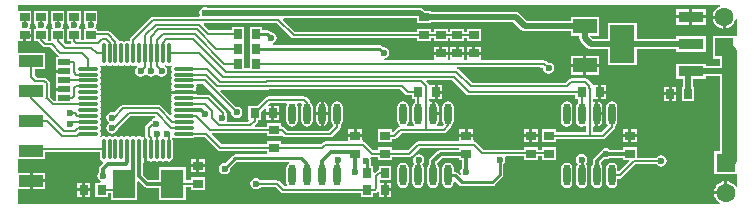
<source format=gbl>
%FSLAX25Y25*%
%MOIN*%
G70*
G01*
G75*
G04 Layer_Physical_Order=2*
G04 Layer_Color=16711680*
%ADD10R,0.27559X0.07874*%
%ADD11R,0.07874X0.03937*%
%ADD12R,0.12500X0.07000*%
%ADD13R,0.21654X0.24803*%
%ADD14R,0.03740X0.06299*%
%ADD15R,0.03937X0.07874*%
%ADD16R,0.02559X0.04134*%
%ADD17R,0.03201X0.02799*%
%ADD18R,0.03200X0.02800*%
%ADD19R,0.02800X0.03200*%
%ADD20C,0.00800*%
%ADD21C,0.01200*%
%ADD22C,0.01000*%
%ADD23C,0.03000*%
%ADD24C,0.06299*%
%ADD25R,0.06299X0.06299*%
%ADD26C,0.02362*%
%ADD27O,0.02362X0.07087*%
%ADD28O,0.07087X0.01181*%
%ADD29O,0.01181X0.07087*%
%ADD30R,0.03937X0.01969*%
%ADD31R,0.08000X0.05000*%
%ADD32R,0.08465X0.03740*%
%ADD33R,0.08465X0.12795*%
%ADD34R,0.07480X0.09449*%
%ADD35C,0.02000*%
%ADD36C,0.05000*%
G36*
X236296Y68168D02*
X235559Y67863D01*
X234754Y67246D01*
X234137Y66441D01*
X233750Y65505D01*
X233683Y65000D01*
X237501D01*
Y64501D01*
X238000D01*
Y60683D01*
X238505Y60750D01*
X239441Y61137D01*
X240246Y61754D01*
X240863Y62559D01*
X241250Y63495D01*
X241293Y63820D01*
X241792Y63787D01*
Y58350D01*
X241350D01*
Y58350D01*
X233650D01*
Y50650D01*
X235988D01*
Y48178D01*
X231350D01*
Y49015D01*
X221485D01*
Y43875D01*
X223767D01*
Y41300D01*
X223400D01*
Y36700D01*
X227600D01*
Y41300D01*
X227233D01*
Y43875D01*
X231350D01*
Y44712D01*
X235988D01*
Y19850D01*
X234150D01*
Y12150D01*
X241792D01*
Y8159D01*
X241319Y7999D01*
X240746Y8746D01*
X239941Y9363D01*
X239005Y9751D01*
X238500Y9817D01*
Y5999D01*
X238001D01*
Y5500D01*
X234183D01*
X234249Y4995D01*
X234637Y4059D01*
X235254Y3254D01*
X236001Y2681D01*
X235841Y2208D01*
X2113D01*
Y7332D01*
X6000D01*
Y9999D01*
Y12668D01*
X2113D01*
Y17332D01*
X11137D01*
Y19434D01*
X29357D01*
Y17602D01*
X29458Y17099D01*
X29743Y16672D01*
X30170Y16387D01*
X30340Y16353D01*
X30485Y15874D01*
X29563Y14953D01*
X29275Y14523D01*
X29175Y14015D01*
Y12877D01*
X29144Y12856D01*
X28728Y12234D01*
X28582Y11500D01*
X28728Y10766D01*
X29144Y10144D01*
X29691Y9779D01*
X29545Y9300D01*
X27900D01*
Y4700D01*
X32100D01*
Y5878D01*
X32989D01*
Y3576D01*
X41869D01*
Y9603D01*
X42331Y9794D01*
X44063Y8063D01*
X44063Y8063D01*
X44063D01*
X44063Y8063D01*
X44063D01*
X44063Y8063D01*
Y8063D01*
Y8063D01*
D01*
D01*
X44063D01*
Y8063D01*
X44493Y7775D01*
X45000Y7675D01*
X49131D01*
Y3576D01*
X58011D01*
Y7878D01*
X59700D01*
Y6900D01*
X64300D01*
Y11100D01*
X59700D01*
Y10122D01*
X58011D01*
Y14424D01*
X49131D01*
Y10326D01*
X45549D01*
X43895Y11980D01*
Y16003D01*
X44281Y16320D01*
X43953Y16386D01*
Y20554D01*
Y24724D01*
X43949Y24724D01*
X43522Y24438D01*
X43415D01*
X42988Y24724D01*
X42484Y24824D01*
X41981Y24724D01*
X41554Y24438D01*
X41446D01*
X41019Y24724D01*
X40516Y24824D01*
X40012Y24724D01*
X39585Y24438D01*
X39478D01*
X39051Y24724D01*
X38547Y24824D01*
X38044Y24724D01*
X37617Y24438D01*
X37509D01*
X37082Y24724D01*
X36579Y24824D01*
X36075Y24724D01*
X35648Y24438D01*
X35541D01*
X35114Y24724D01*
X34610Y24824D01*
X34107Y24724D01*
X33680Y24438D01*
X33572D01*
X33145Y24724D01*
X32642Y24824D01*
X32138Y24724D01*
X31711Y24438D01*
X31604D01*
X31177Y24724D01*
X30673Y24824D01*
X30170Y24724D01*
X29891Y24537D01*
X29537Y24891D01*
X29724Y25170D01*
X29824Y25673D01*
X29724Y26177D01*
X29438Y26604D01*
Y26711D01*
X29724Y27138D01*
X29824Y27642D01*
X29724Y28145D01*
X29438Y28572D01*
Y28680D01*
X29724Y29107D01*
X29824Y29610D01*
X29724Y30114D01*
X29438Y30541D01*
Y30648D01*
X29724Y31075D01*
X29824Y31579D01*
X29724Y32082D01*
X29438Y32509D01*
Y32617D01*
X29724Y33044D01*
X29824Y33547D01*
X29724Y34051D01*
X29438Y34478D01*
Y34585D01*
X29724Y35012D01*
X29824Y35516D01*
X29724Y36019D01*
X29438Y36446D01*
Y36554D01*
X29724Y36981D01*
X29824Y37484D01*
X29724Y37988D01*
X29438Y38415D01*
Y38522D01*
X29724Y38949D01*
X29824Y39453D01*
X29724Y39956D01*
X29438Y40383D01*
Y40491D01*
X29724Y40918D01*
X29824Y41421D01*
X29724Y41925D01*
X29438Y42352D01*
Y42459D01*
X29724Y42886D01*
X29824Y43390D01*
X29724Y43893D01*
X29438Y44320D01*
Y44428D01*
X29724Y44855D01*
X29824Y45358D01*
X29724Y45862D01*
X29438Y46289D01*
Y46396D01*
X29724Y46823D01*
X29824Y47327D01*
X29724Y47830D01*
X29537Y48109D01*
X29891Y48463D01*
X30170Y48276D01*
X30673Y48176D01*
X31177Y48276D01*
X31604Y48562D01*
X31711D01*
X32138Y48276D01*
X32642Y48176D01*
X33145Y48276D01*
X33572Y48562D01*
X33680D01*
X34107Y48276D01*
X34610Y48176D01*
X35114Y48276D01*
X35541Y48562D01*
X35648D01*
X36075Y48276D01*
X36579Y48176D01*
X37082Y48276D01*
X37509Y48562D01*
X37617D01*
X38044Y48276D01*
X38547Y48176D01*
X39051Y48276D01*
X39478Y48562D01*
X39585D01*
X40012Y48276D01*
X40516Y48176D01*
X41019Y48276D01*
X41312Y48472D01*
X41753Y48236D01*
Y47929D01*
X41644Y47856D01*
X41228Y47234D01*
X41082Y46500D01*
X41228Y45766D01*
X41644Y45144D01*
X42266Y44728D01*
X43000Y44582D01*
X43734Y44728D01*
X44356Y45144D01*
X44500Y45359D01*
X45000D01*
X45144Y45144D01*
X45766Y44728D01*
X46500Y44582D01*
X47234Y44728D01*
X47856Y45144D01*
X48000Y45359D01*
X48500D01*
X48644Y45144D01*
X49266Y44728D01*
X50000Y44582D01*
X50734Y44728D01*
X51356Y45144D01*
X51772Y45766D01*
X51918Y46500D01*
X51772Y47234D01*
X51356Y47856D01*
X50846Y48197D01*
X50862Y48276D01*
X51289Y48562D01*
X51396D01*
X51823Y48276D01*
X52327Y48176D01*
X52830Y48276D01*
X53109Y48463D01*
X53463Y48109D01*
X53276Y47830D01*
X53176Y47327D01*
X53276Y46823D01*
X53562Y46396D01*
Y46289D01*
X53276Y45862D01*
X53176Y45358D01*
X53276Y44855D01*
X53562Y44428D01*
Y44320D01*
X53276Y43893D01*
X53176Y43390D01*
X53276Y42886D01*
X53562Y42459D01*
Y42352D01*
X53276Y41925D01*
X53176Y41421D01*
X53276Y40918D01*
X53562Y40491D01*
Y40383D01*
X53276Y39956D01*
X53276Y39953D01*
X61614D01*
X61613Y39956D01*
X61328Y40383D01*
Y40491D01*
X61613Y40918D01*
X61713Y41421D01*
X61613Y41925D01*
X61797Y42268D01*
X63883D01*
X73137Y33014D01*
X73082Y32737D01*
X73228Y32003D01*
X73644Y31381D01*
X74266Y30965D01*
X75000Y30819D01*
X75734Y30965D01*
X76356Y31381D01*
X76772Y32003D01*
X76918Y32737D01*
X76772Y33471D01*
X76356Y34093D01*
X75734Y34509D01*
X75000Y34655D01*
X74723Y34600D01*
X69507Y39816D01*
X69698Y40278D01*
X85385D01*
X85385Y40278D01*
X85814Y40364D01*
X85814D01*
Y40364D01*
X85814D01*
X85814Y40364D01*
X85814D01*
Y40364D01*
D01*
D01*
D01*
Y40364D01*
D01*
D01*
D01*
D01*
D01*
D01*
D01*
D01*
Y40364D01*
D01*
D01*
D01*
D01*
X85836Y40378D01*
X129535D01*
X131207Y38707D01*
X131207Y38707D01*
X131571Y38464D01*
Y38464D01*
X131571Y38464D01*
D01*
D01*
D01*
X131571D01*
Y38464D01*
D01*
X131571Y38464D01*
X131571Y38464D01*
X132000Y38378D01*
X132000Y38378D01*
X133400D01*
Y37200D01*
X134378D01*
Y36111D01*
X134144Y35955D01*
X133728Y35332D01*
X133582Y34598D01*
Y29874D01*
X133728Y29140D01*
X134114Y28563D01*
X133878Y28122D01*
X132122D01*
X131886Y28563D01*
X132272Y29140D01*
X132418Y29874D01*
Y34598D01*
X132272Y35332D01*
X131856Y35955D01*
X131234Y36370D01*
X130500Y36516D01*
X129766Y36370D01*
X129144Y35955D01*
X128728Y35332D01*
X128582Y34598D01*
Y29874D01*
X128728Y29140D01*
X129144Y28518D01*
X129528Y28261D01*
X129071Y28036D01*
X129071D01*
D01*
D01*
D01*
X129071Y28036D01*
X128707Y27793D01*
X128707Y27793D01*
X127262Y26348D01*
X126800Y26539D01*
Y27100D01*
X122200D01*
Y22900D01*
X126800D01*
Y23878D01*
X127500D01*
X127500Y23878D01*
X127929Y23964D01*
X128293Y24207D01*
X129965Y25878D01*
X144000D01*
X144000Y25878D01*
X144429Y25964D01*
X144793Y26207D01*
X146293Y27707D01*
X146536Y28071D01*
X146590Y28340D01*
X146856Y28518D01*
X147272Y29140D01*
X147418Y29874D01*
Y34598D01*
X147272Y35332D01*
X146856Y35955D01*
X146234Y36370D01*
X145500Y36516D01*
X144766Y36370D01*
X144144Y35955D01*
X143728Y35332D01*
X143582Y34598D01*
Y29874D01*
X143728Y29140D01*
X144059Y28645D01*
X143535Y28122D01*
X142122D01*
X141886Y28563D01*
X142272Y29140D01*
X142418Y29874D01*
Y31736D01*
X140499D01*
Y32235D01*
X140000D01*
Y36417D01*
X139766Y36370D01*
X139663Y36301D01*
X139222Y36537D01*
Y37200D01*
X139575Y37200D01*
X139575D01*
Y37200D01*
D01*
D01*
D01*
X141000D01*
Y39499D01*
Y41800D01*
X139575D01*
X139575Y41800D01*
D01*
D01*
X139575Y41800D01*
X139400Y41800D01*
X139400D01*
X139181D01*
X139136Y42026D01*
X138893Y42390D01*
X138893Y42390D01*
X138167Y43117D01*
X138358Y43578D01*
X146835D01*
X151707Y38707D01*
X152071Y38464D01*
X152500Y38378D01*
X152500Y38378D01*
X187900D01*
Y37200D01*
X188878D01*
Y36111D01*
X188644Y35955D01*
X188228Y35332D01*
X188082Y34598D01*
Y29874D01*
X188228Y29140D01*
X188644Y28518D01*
X189266Y28102D01*
X190000Y27956D01*
X190734Y28102D01*
X191056Y28317D01*
X191497Y28082D01*
Y26122D01*
X181300D01*
Y27100D01*
X176700D01*
Y22900D01*
X181300D01*
Y23878D01*
X193000D01*
X193000Y23878D01*
X193000Y23878D01*
X197000D01*
X197000Y23878D01*
X197429Y23964D01*
X197793Y24207D01*
X200793Y27207D01*
X201036Y27571D01*
X201122Y28000D01*
X201122Y28000D01*
Y28361D01*
X201356Y28518D01*
X201772Y29140D01*
X201918Y29874D01*
Y34598D01*
X201772Y35332D01*
X201356Y35955D01*
X200734Y36370D01*
X200000Y36516D01*
X199266Y36370D01*
X198644Y35955D01*
X198228Y35332D01*
X198082Y34598D01*
Y29874D01*
X198228Y29140D01*
X198644Y28518D01*
X198670Y28256D01*
X196535Y26122D01*
X193740D01*
Y27923D01*
X194181Y28159D01*
X194266Y28102D01*
X194500Y28056D01*
Y32235D01*
Y36417D01*
X194266Y36370D01*
X194181Y36314D01*
X193740Y36549D01*
Y37200D01*
X194094Y37200D01*
X194094D01*
Y37200D01*
D01*
D01*
D01*
X195500D01*
Y39499D01*
Y41800D01*
X194075D01*
X194075Y41800D01*
D01*
D01*
X194075Y41800D01*
X193900Y41800D01*
X193900D01*
X193862D01*
X193636Y42026D01*
D01*
D01*
D01*
Y42026D01*
D01*
X193636D01*
D01*
D01*
X193636D01*
D01*
D01*
X193393Y42390D01*
X193393Y42390D01*
X191990Y43793D01*
X191626Y44036D01*
X191197Y44122D01*
X191197Y44122D01*
X186500D01*
X186500Y44122D01*
X186071Y44036D01*
X185707Y43793D01*
X184535Y42622D01*
X153465D01*
X148993Y47093D01*
X148629Y47336D01*
X148200Y47422D01*
Y47525D01*
X148554Y47878D01*
X175180D01*
X177082Y47500D01*
X177228Y46766D01*
X177644Y46144D01*
X178266Y45728D01*
X179000Y45582D01*
X179734Y45728D01*
X180356Y46144D01*
X180772Y46766D01*
X180918Y47500D01*
X180772Y48234D01*
X180356Y48856D01*
X179734Y49272D01*
X179000Y49418D01*
X178723Y49363D01*
X178293Y49793D01*
X177929Y50036D01*
X177500Y50122D01*
X177500Y50122D01*
X156300D01*
Y50122D01*
Y50400D01*
X156300Y50475D01*
X156300D01*
D01*
Y50475D01*
X156300D01*
D01*
Y52000D01*
X151700D01*
Y50475D01*
X151700Y50475D01*
X151700D01*
X151700Y50400D01*
X151421Y50122D01*
X150800D01*
Y50122D01*
Y50400D01*
X150800Y50475D01*
X150800D01*
D01*
Y50475D01*
X150800D01*
D01*
Y52000D01*
X146200D01*
Y50475D01*
X146200Y50475D01*
X146200D01*
X146200Y50400D01*
X145922Y50122D01*
X145300D01*
Y50122D01*
Y50400D01*
X145300Y50475D01*
X145300D01*
D01*
Y50475D01*
X145300D01*
D01*
Y52000D01*
X140700D01*
Y50475D01*
X140700Y50475D01*
X140700D01*
X140700Y50400D01*
X140421Y50122D01*
X124235D01*
X124187Y50619D01*
X124734Y50728D01*
X125356Y51144D01*
X125772Y51766D01*
X125918Y52500D01*
X125772Y53234D01*
X125356Y53856D01*
X124734Y54272D01*
X124000Y54418D01*
X123844Y54387D01*
X123365Y54865D01*
X122968Y55130D01*
X122500Y55224D01*
X87248D01*
X87199Y55721D01*
X87234Y55728D01*
X87856Y56144D01*
X88272Y56766D01*
X88418Y57500D01*
X88272Y58234D01*
X87856Y58856D01*
X87234Y59272D01*
X86500Y59418D01*
X86343Y59387D01*
X85865Y59865D01*
X85468Y60130D01*
X85000Y60224D01*
X83600D01*
Y61300D01*
X79400D01*
Y56700D01*
X79400Y56700D01*
X79400Y56300D01*
X79400D01*
Y51700D01*
X79400Y51700D01*
X79400Y51300D01*
X79400D01*
Y47422D01*
X77600D01*
Y51300D01*
D01*
Y51300D01*
X77600Y51300D01*
Y51700D01*
X77600D01*
Y56300D01*
D01*
Y56300D01*
X77600Y56300D01*
Y56700D01*
X77600D01*
Y61300D01*
X73400D01*
Y60122D01*
X65857D01*
X63974Y62005D01*
X64166Y62467D01*
X88447D01*
X93207Y57707D01*
X93207Y57707D01*
X93571Y57464D01*
Y57464D01*
X93571Y57464D01*
D01*
D01*
D01*
X93571D01*
Y57464D01*
D01*
X93571Y57464D01*
X93571Y57464D01*
X94000Y57378D01*
X94000Y57378D01*
X135200D01*
Y56400D01*
X139800D01*
Y57378D01*
X140700D01*
Y56400D01*
X145300D01*
Y57378D01*
X146200D01*
Y56400D01*
X150800D01*
Y57378D01*
X151700D01*
Y56400D01*
X156300D01*
Y60600D01*
X151700D01*
Y59622D01*
X150800D01*
Y60600D01*
X146200D01*
Y59622D01*
X145300D01*
Y60600D01*
X140700D01*
Y59622D01*
X139800D01*
Y60600D01*
X135200D01*
Y59622D01*
X94465D01*
X90493Y63593D01*
X90684Y64055D01*
X135200D01*
Y62400D01*
X139800D01*
Y62767D01*
X167282D01*
X169774Y60274D01*
X169774Y60274D01*
X169774D01*
X169774Y60274D01*
X169774D01*
X169774Y60274D01*
Y60274D01*
Y60274D01*
D01*
D01*
X169774D01*
Y60274D01*
X170337Y59899D01*
X171000Y59767D01*
X186300D01*
Y58300D01*
X189267D01*
Y57500D01*
X189399Y56837D01*
X189774Y56274D01*
X189774Y56274D01*
X189774Y56274D01*
X191774Y54274D01*
X192337Y53899D01*
X193000Y53767D01*
X198650D01*
Y48402D01*
X208515D01*
Y53767D01*
X221485D01*
Y52930D01*
X231350D01*
Y58070D01*
X221485D01*
Y57233D01*
X208515D01*
Y62598D01*
X198650D01*
Y57233D01*
X193718D01*
X192733Y58218D01*
Y58300D01*
X195700D01*
Y64700D01*
X186300D01*
Y63233D01*
X171718D01*
X169226Y65726D01*
D01*
X169226Y65726D01*
D01*
D01*
D01*
X169226Y65726D01*
X169226Y65726D01*
X168663Y66101D01*
X168000Y66233D01*
X139800D01*
Y66600D01*
X137851D01*
X137437Y67014D01*
D01*
X137437Y67014D01*
D01*
D01*
D01*
X137437Y67014D01*
X137437Y67014D01*
X136875Y67390D01*
X136212Y67522D01*
X65609D01*
X65234Y67772D01*
X64500Y67918D01*
X63766Y67772D01*
X63144Y67356D01*
X62728Y66734D01*
X62582Y66000D01*
X62728Y65266D01*
X62787Y65177D01*
X62798Y65125D01*
X62576Y64710D01*
X47088D01*
X46659Y64624D01*
X46295Y64381D01*
X46295Y64381D01*
X39723Y57809D01*
X39480Y57445D01*
X39394Y57016D01*
X39394Y57016D01*
Y56939D01*
X39008Y56622D01*
X38547Y56713D01*
X38044Y56613D01*
X37617Y56328D01*
X37509D01*
X37082Y56613D01*
X36579Y56713D01*
X36075Y56613D01*
X36075Y56613D01*
X36075Y56613D01*
D01*
X35646Y56685D01*
X35646Y56685D01*
X35646Y56685D01*
X35646Y56685D01*
X35403Y57049D01*
X35403Y57049D01*
X32871Y59581D01*
X32507Y59824D01*
X32078Y59910D01*
X32078Y59910D01*
X28600D01*
Y60600D01*
X28157D01*
X27922Y61041D01*
X28072Y61266D01*
X28218Y62000D01*
X28215Y62014D01*
X28532Y62400D01*
X28600D01*
Y66600D01*
X24000D01*
Y62400D01*
X24068D01*
X24385Y62014D01*
X24382Y62000D01*
X24528Y61266D01*
X24678Y61041D01*
X24443Y60600D01*
X24000D01*
Y57022D01*
X23100D01*
Y60600D01*
X22657D01*
X22422Y61041D01*
X22572Y61266D01*
X22718Y62000D01*
X22715Y62014D01*
X23032Y62400D01*
X23100D01*
Y66600D01*
X18500D01*
Y62400D01*
X18567D01*
X18885Y62014D01*
X18882Y62000D01*
X19028Y61266D01*
X19178Y61041D01*
X18943Y60600D01*
X18500D01*
Y56400D01*
X19698D01*
X19764Y56071D01*
X19903Y55862D01*
X19667Y55422D01*
X18165D01*
X17479Y56107D01*
X17600Y56400D01*
X17600D01*
X17600Y56400D01*
Y60600D01*
X17157D01*
X16922Y61041D01*
X17072Y61266D01*
X17218Y62000D01*
X17215Y62014D01*
X17533Y62400D01*
X17600D01*
Y66600D01*
X13000D01*
Y62400D01*
X13068D01*
X13385Y62014D01*
X13382Y62000D01*
X13528Y61266D01*
X13678Y61041D01*
X13443Y60600D01*
X13000D01*
Y56638D01*
X12100D01*
Y60600D01*
X11657D01*
X11422Y61041D01*
X11572Y61266D01*
X11718Y62000D01*
X11715Y62014D01*
X12032Y62400D01*
X12100D01*
Y66600D01*
X7500D01*
Y62400D01*
X7568D01*
X7885Y62014D01*
X7882Y62000D01*
X8028Y61266D01*
X8178Y61041D01*
X7943Y60600D01*
X7500D01*
Y56400D01*
X8811D01*
X9007Y56107D01*
X10390Y54724D01*
X10390Y54724D01*
X10754Y54481D01*
Y54481D01*
X10754Y54481D01*
D01*
D01*
D01*
X10754D01*
Y54481D01*
D01*
X10754Y54481D01*
X10754Y54481D01*
X11183Y54395D01*
X11183Y54395D01*
X12919D01*
X15407Y51907D01*
X15407Y51907D01*
X15771Y51664D01*
D01*
D01*
D01*
X15675Y51184D01*
X14831D01*
Y47816D01*
X14832D01*
Y47000D01*
X17502D01*
Y46000D01*
X14832D01*
Y45184D01*
X14831D01*
Y41816D01*
X14832D01*
Y41000D01*
X17502D01*
Y40000D01*
X14832D01*
Y39184D01*
X14831D01*
Y36537D01*
X14220D01*
X12759Y37999D01*
Y42465D01*
X12759Y42466D01*
X12673Y42895D01*
X12673D01*
D01*
D01*
X12673Y42895D01*
D01*
D01*
D01*
D01*
X12673Y42895D01*
D01*
D01*
Y42895D01*
D01*
X12673D01*
D01*
D01*
X12673D01*
D01*
D01*
X12430Y43259D01*
X12430Y43259D01*
X11727Y43962D01*
X11363Y44205D01*
X10934Y44290D01*
X10934Y44290D01*
X8396D01*
X7622Y45065D01*
Y47332D01*
X11137D01*
Y52668D01*
X2113D01*
Y56400D01*
X3800D01*
Y58501D01*
X4299D01*
Y59000D01*
X6600D01*
Y60600D01*
X6157D01*
X5922Y61041D01*
X6072Y61266D01*
X6218Y62000D01*
X6215Y62014D01*
X6532Y62400D01*
X6600D01*
Y66600D01*
X2113D01*
Y68658D01*
X236198D01*
X236296Y68168D01*
D02*
G37*
%LPC*%
G36*
X208300Y24500D02*
X206500D01*
Y22900D01*
X208300D01*
Y24500D01*
D02*
G37*
G36*
X116800Y27100D02*
X115000D01*
Y25500D01*
X116800D01*
Y27100D01*
D02*
G37*
G36*
X114000D02*
X112200D01*
Y25500D01*
X114000D01*
Y27100D01*
D02*
G37*
G36*
X172500Y24500D02*
X170700D01*
Y22900D01*
X172500D01*
Y24500D01*
D02*
G37*
G36*
X208300Y21100D02*
X203700D01*
Y20325D01*
X199477D01*
X199456Y20356D01*
X198834Y20772D01*
X198100Y20918D01*
X197366Y20772D01*
X196744Y20356D01*
X196328Y19734D01*
X196320Y19695D01*
X194063Y17437D01*
X193775Y17007D01*
X193675Y16500D01*
Y15503D01*
X193644Y15482D01*
X193228Y14860D01*
X193082Y14126D01*
Y9402D01*
X193228Y8668D01*
X193644Y8045D01*
X194266Y7630D01*
X195000Y7484D01*
X195734Y7630D01*
X196356Y8045D01*
X196772Y8668D01*
X196918Y9402D01*
Y14126D01*
X196772Y14860D01*
X196356Y15482D01*
X196326Y15503D01*
Y15951D01*
X197563Y17189D01*
X198100Y17082D01*
X198834Y17228D01*
X199456Y17644D01*
X199477Y17674D01*
X203700D01*
Y16900D01*
X205633D01*
X205824Y16438D01*
X202380Y12994D01*
X201918Y13185D01*
Y14126D01*
X201772Y14860D01*
X201356Y15482D01*
X200734Y15898D01*
X200000Y16044D01*
X199266Y15898D01*
X198644Y15482D01*
X198228Y14860D01*
X198082Y14126D01*
Y9402D01*
X198228Y8668D01*
X198644Y8045D01*
X199266Y7630D01*
X200000Y7484D01*
X200734Y7630D01*
X201356Y8045D01*
X201772Y8668D01*
X201918Y9402D01*
Y10642D01*
X202736D01*
X202736Y10642D01*
X203165Y10728D01*
X203529Y10971D01*
X207937Y15379D01*
X214987D01*
X215144Y15144D01*
X215766Y14728D01*
X216500Y14582D01*
X217234Y14728D01*
X217856Y15144D01*
X218272Y15766D01*
X218418Y16500D01*
X218272Y17234D01*
X217856Y17856D01*
X217234Y18272D01*
X216500Y18418D01*
X215766Y18272D01*
X215144Y17856D01*
X214987Y17621D01*
X208300D01*
Y21100D01*
D02*
G37*
G36*
X205500Y24500D02*
X203700D01*
Y22900D01*
X205500D01*
Y24500D01*
D02*
G37*
G36*
X175300D02*
X173500D01*
Y22900D01*
X175300D01*
Y24500D01*
D02*
G37*
G36*
X151000Y27100D02*
X149200D01*
Y25500D01*
X151000D01*
Y27100D01*
D02*
G37*
G36*
X185000Y36516D02*
X184266Y36370D01*
X183644Y35955D01*
X183228Y35332D01*
X183082Y34598D01*
Y29874D01*
X183228Y29140D01*
X183644Y28518D01*
X184266Y28102D01*
X185000Y27956D01*
X185734Y28102D01*
X186356Y28518D01*
X186772Y29140D01*
X186918Y29874D01*
Y34598D01*
X186772Y35332D01*
X186356Y35955D01*
X185734Y36370D01*
X185000Y36516D01*
D02*
G37*
G36*
X208300Y27100D02*
X206500D01*
Y25500D01*
X208300D01*
Y27100D01*
D02*
G37*
G36*
X105418Y31736D02*
X104000D01*
Y28056D01*
X104234Y28102D01*
X104856Y28518D01*
X105272Y29140D01*
X105418Y29874D01*
Y31736D01*
D02*
G37*
G36*
X103000D02*
X101582D01*
Y29874D01*
X101728Y29140D01*
X102144Y28518D01*
X102766Y28102D01*
X103000Y28056D01*
Y31736D01*
D02*
G37*
G36*
X172500Y27100D02*
X170700D01*
Y25500D01*
X172500D01*
Y27100D01*
D02*
G37*
G36*
X153800D02*
X152000D01*
Y25500D01*
X153800D01*
Y27100D01*
D02*
G37*
G36*
X205500D02*
X203700D01*
Y25500D01*
X205500D01*
Y27100D01*
D02*
G37*
G36*
X175300D02*
X173500D01*
Y25500D01*
X175300D01*
Y27100D01*
D02*
G37*
G36*
X64300Y17100D02*
X62500D01*
Y15500D01*
X64300D01*
Y17100D01*
D02*
G37*
G36*
X130500Y16044D02*
X129766Y15898D01*
X129144Y15482D01*
X128728Y14860D01*
X128582Y14126D01*
Y9402D01*
X128728Y8668D01*
X129144Y8045D01*
X129766Y7630D01*
X130500Y7484D01*
X131234Y7630D01*
X131856Y8045D01*
X132272Y8668D01*
X132418Y9402D01*
Y14126D01*
X132272Y14860D01*
X131856Y15482D01*
X131234Y15898D01*
X130500Y16044D01*
D02*
G37*
G36*
X11137Y9500D02*
X7000D01*
Y7332D01*
X11137D01*
Y9500D01*
D02*
G37*
G36*
X185000Y16044D02*
X184266Y15898D01*
X183644Y15482D01*
X183228Y14860D01*
X183082Y14126D01*
Y9402D01*
X183228Y8668D01*
X183644Y8045D01*
X184266Y7630D01*
X185000Y7484D01*
X185734Y7630D01*
X186356Y8045D01*
X186772Y8668D01*
X186918Y9402D01*
Y14126D01*
X186772Y14860D01*
X186356Y15482D01*
X185734Y15898D01*
X185000Y16044D01*
D02*
G37*
G36*
X135681Y18784D02*
X134947Y18638D01*
X134325Y18222D01*
X133909Y17600D01*
X133763Y16866D01*
X133909Y16132D01*
X134276Y15582D01*
Y15571D01*
X134144Y15482D01*
X133728Y14860D01*
X133582Y14126D01*
Y9402D01*
X133728Y8668D01*
X134144Y8045D01*
X134766Y7630D01*
X135500Y7484D01*
X136234Y7630D01*
X136856Y8045D01*
X137272Y8668D01*
X137418Y9402D01*
Y14126D01*
X137272Y14860D01*
X136899Y15418D01*
X137037Y15510D01*
X137453Y16132D01*
X137599Y16866D01*
X137453Y17600D01*
X137037Y18222D01*
X136415Y18638D01*
X135681Y18784D01*
D02*
G37*
G36*
X26100Y6500D02*
X24500D01*
Y4700D01*
X26100D01*
Y6500D01*
D02*
G37*
G36*
X23500D02*
X21900D01*
Y4700D01*
X23500D01*
Y6500D01*
D02*
G37*
G36*
X237500Y9817D02*
X236995Y9751D01*
X236059Y9363D01*
X235254Y8746D01*
X234637Y7941D01*
X234249Y7005D01*
X234183Y6500D01*
X237500D01*
Y9817D01*
D02*
G37*
G36*
X126600Y6500D02*
X125000D01*
Y4700D01*
X126600D01*
Y6500D01*
D02*
G37*
G36*
X61500Y14500D02*
X59700D01*
Y12900D01*
X61500D01*
Y14500D01*
D02*
G37*
G36*
X11137Y12668D02*
X7000D01*
Y10500D01*
X11137D01*
Y12668D01*
D02*
G37*
G36*
X61500Y17100D02*
X59700D01*
Y15500D01*
X61500D01*
Y17100D01*
D02*
G37*
G36*
X64300Y14500D02*
X62500D01*
Y12900D01*
X64300D01*
Y14500D01*
D02*
G37*
G36*
X23500Y9300D02*
X21900D01*
Y7500D01*
X23500D01*
Y9300D01*
D02*
G37*
G36*
X190000Y18918D02*
X189266Y18772D01*
X188644Y18356D01*
X188228Y17734D01*
X188082Y17000D01*
X188228Y16266D01*
X188644Y15644D01*
Y15482D01*
X188228Y14860D01*
X188082Y14126D01*
Y9402D01*
X188228Y8668D01*
X188644Y8045D01*
X189266Y7630D01*
X190000Y7484D01*
X190734Y7630D01*
X191356Y8045D01*
X191772Y8668D01*
X191918Y9402D01*
Y14126D01*
X191772Y14860D01*
X191356Y15482D01*
Y15644D01*
X191772Y16266D01*
X191918Y17000D01*
X191772Y17734D01*
X191356Y18356D01*
X190734Y18772D01*
X190000Y18918D01*
D02*
G37*
G36*
X126600Y9300D02*
X125000D01*
Y7500D01*
X126600D01*
Y9300D01*
D02*
G37*
G36*
X26100D02*
X24500D01*
Y7500D01*
X26100D01*
Y9300D01*
D02*
G37*
G36*
X145300Y54600D02*
X143500D01*
Y53000D01*
X145300D01*
Y54600D01*
D02*
G37*
G36*
X142500D02*
X140700D01*
Y53000D01*
X142500D01*
Y54600D01*
D02*
G37*
G36*
X150800D02*
X149000D01*
Y53000D01*
X150800D01*
Y54600D01*
D02*
G37*
G36*
X148000D02*
X146200D01*
Y53000D01*
X148000D01*
Y54600D01*
D02*
G37*
G36*
X195700Y48000D02*
X191500D01*
Y45300D01*
X195700D01*
Y48000D01*
D02*
G37*
G36*
X190500D02*
X186300D01*
Y45300D01*
X190500D01*
Y48000D01*
D02*
G37*
G36*
X195700Y51700D02*
X191500D01*
Y49000D01*
X195700D01*
Y51700D01*
D02*
G37*
G36*
X190500D02*
X186300D01*
Y49000D01*
X190500D01*
Y51700D01*
D02*
G37*
G36*
X231350Y64055D02*
X226917D01*
Y61985D01*
X231350D01*
Y64055D01*
D02*
G37*
G36*
X225917D02*
X221485D01*
Y61985D01*
X225917D01*
Y64055D01*
D02*
G37*
G36*
X231350Y67125D02*
X226917D01*
Y65055D01*
X231350D01*
Y67125D01*
D02*
G37*
G36*
X225917D02*
X221485D01*
Y65055D01*
X225917D01*
Y67125D01*
D02*
G37*
G36*
X156300Y54600D02*
X154500D01*
Y53000D01*
X156300D01*
Y54600D01*
D02*
G37*
G36*
X153500D02*
X151700D01*
Y53000D01*
X153500D01*
Y54600D01*
D02*
G37*
G36*
X237000Y64000D02*
X233683D01*
X233750Y63495D01*
X234137Y62559D01*
X234754Y61754D01*
X235559Y61137D01*
X236495Y60750D01*
X237000Y60683D01*
Y64000D01*
D02*
G37*
G36*
X6600Y58000D02*
X4800D01*
Y56400D01*
X6600D01*
Y58000D01*
D02*
G37*
G36*
X198100Y41800D02*
X196500D01*
Y40000D01*
X198100D01*
Y41800D01*
D02*
G37*
G36*
X104000Y36417D02*
Y32736D01*
X105418D01*
Y34598D01*
X105272Y35332D01*
X104856Y35955D01*
X104234Y36370D01*
X104000Y36417D01*
D02*
G37*
G36*
X103000D02*
X102766Y36370D01*
X102144Y35955D01*
X101728Y35332D01*
X101582Y34598D01*
Y32736D01*
X103000D01*
Y36417D01*
D02*
G37*
G36*
X195500D02*
Y32736D01*
X196918D01*
Y34598D01*
X196772Y35332D01*
X196356Y35955D01*
X195734Y36370D01*
X195500Y36417D01*
D02*
G37*
G36*
X141000D02*
Y32736D01*
X142418D01*
Y34598D01*
X142272Y35332D01*
X141856Y35955D01*
X141234Y36370D01*
X141000Y36417D01*
D02*
G37*
G36*
X86500Y32000D02*
X84900D01*
Y30200D01*
X86500D01*
Y32000D01*
D02*
G37*
G36*
X196918Y31736D02*
X195500D01*
Y28056D01*
X195734Y28102D01*
X196356Y28518D01*
X196772Y29140D01*
X196918Y29874D01*
Y31736D01*
D02*
G37*
G36*
X61622Y38992D02*
X61614Y38953D01*
X53276D01*
X53276Y38949D01*
X53562Y38522D01*
Y38415D01*
X53276Y37988D01*
X53176Y37484D01*
X53276Y36981D01*
X53562Y36554D01*
Y36446D01*
X53276Y36019D01*
X53176Y35516D01*
X53276Y35012D01*
X53562Y34585D01*
Y34478D01*
X53276Y34051D01*
X53176Y33547D01*
X53276Y33044D01*
X53562Y32617D01*
Y32509D01*
X53276Y32082D01*
X53274Y32069D01*
X52795Y31924D01*
X49826Y34893D01*
X49462Y35136D01*
X49033Y35222D01*
X49033Y35222D01*
X37100D01*
X36671Y35136D01*
X36307Y34893D01*
X36307Y34893D01*
X34194Y32780D01*
X33500Y32918D01*
X32766Y32772D01*
X32144Y32356D01*
X31728Y31734D01*
X31582Y31000D01*
X31728Y30266D01*
X32144Y29644D01*
X32359Y29500D01*
Y29000D01*
X32144Y28856D01*
X31728Y28234D01*
X31582Y27500D01*
X31728Y26766D01*
X32144Y26144D01*
X32766Y25728D01*
X33500Y25582D01*
X34234Y25728D01*
X34856Y26144D01*
X35272Y26766D01*
X35376Y27290D01*
X39465Y31378D01*
X47765D01*
X47807Y30947D01*
X47785Y30875D01*
X47266Y30772D01*
X46644Y30356D01*
X46316Y29866D01*
X46207Y29793D01*
X44848Y28434D01*
X44605Y28071D01*
X44520Y27641D01*
X44520Y27641D01*
Y25161D01*
X44453Y24824D01*
X44528Y24809D01*
X44605Y24422D01*
X44848Y24058D01*
X44953Y23954D01*
Y20554D01*
Y16386D01*
X44956Y16387D01*
X45383Y16672D01*
X45491D01*
X45918Y16387D01*
X46421Y16286D01*
X46925Y16387D01*
X47352Y16672D01*
X47459D01*
X47886Y16387D01*
X48390Y16286D01*
X48893Y16387D01*
X49320Y16672D01*
X49428D01*
X49855Y16387D01*
X50358Y16286D01*
X50862Y16387D01*
X51289Y16672D01*
X51396D01*
X51823Y16387D01*
X52327Y16286D01*
X52830Y16387D01*
X53257Y16672D01*
X53542Y17099D01*
X53643Y17602D01*
Y23508D01*
X53542Y24011D01*
X53448Y24152D01*
Y24288D01*
X53889Y24524D01*
X53989Y24458D01*
X54492Y24357D01*
X60398D01*
X60901Y24458D01*
X61042Y24552D01*
X64362D01*
X68707Y20207D01*
X68707Y20207D01*
X69071Y19964D01*
Y19964D01*
X69071Y19964D01*
D01*
D01*
D01*
X69071D01*
Y19964D01*
D01*
X69071Y19964D01*
X69071Y19964D01*
X69500Y19878D01*
X69500Y19879D01*
X85200D01*
Y18900D01*
D01*
Y18900D01*
X85023Y18723D01*
X74500D01*
X74032Y18630D01*
X73635Y18365D01*
X71157Y15887D01*
X71000Y15918D01*
X70266Y15772D01*
X69644Y15356D01*
X69228Y14734D01*
X69082Y14000D01*
X69228Y13266D01*
X69644Y12644D01*
X70266Y12228D01*
X71000Y12082D01*
X71734Y12228D01*
X72356Y12644D01*
X72772Y13266D01*
X72918Y14000D01*
X72887Y14156D01*
X75007Y16276D01*
X92471D01*
X92616Y15798D01*
X92144Y15482D01*
X91728Y14860D01*
X91582Y14126D01*
Y9402D01*
X91728Y8668D01*
X91798Y8563D01*
X91563Y8122D01*
X90965D01*
X89293Y9793D01*
X88929Y10036D01*
X88500Y10122D01*
X88500Y10122D01*
X83013D01*
X82856Y10356D01*
X82234Y10772D01*
X81500Y10918D01*
X80766Y10772D01*
X80144Y10356D01*
X79728Y9734D01*
X79582Y9000D01*
X79728Y8266D01*
X80144Y7644D01*
X80766Y7228D01*
X81500Y7082D01*
X82234Y7228D01*
X82856Y7644D01*
X83013Y7878D01*
X88035D01*
X89707Y6207D01*
X89707Y6207D01*
X90071Y5964D01*
Y5964D01*
X90071Y5964D01*
D01*
D01*
D01*
X90071D01*
Y5964D01*
D01*
X90071Y5964D01*
X90071Y5964D01*
X90500Y5878D01*
X90500Y5878D01*
X116400D01*
Y4700D01*
X120600D01*
Y5878D01*
X121000D01*
X121000Y5878D01*
X121429Y5964D01*
X121793Y6207D01*
X121938Y6352D01*
X122400Y6161D01*
Y4700D01*
X124000D01*
Y6999D01*
Y9300D01*
X122622D01*
Y10200D01*
X126600D01*
Y14800D01*
X122400D01*
Y13602D01*
X122071Y13536D01*
X121707Y13293D01*
X121707Y13293D01*
X121062Y12648D01*
X120600Y12839D01*
Y14800D01*
X119723D01*
Y15694D01*
X119772Y15766D01*
X119918Y16500D01*
X119772Y17234D01*
X119603Y17486D01*
X119881Y17902D01*
X120000Y17878D01*
X120000Y17878D01*
X122200D01*
Y16900D01*
X126800D01*
Y17878D01*
X132500D01*
X132500Y17878D01*
X132929Y17964D01*
X133293Y18207D01*
X135965Y20878D01*
X149200D01*
Y20325D01*
X143000D01*
X142493Y20225D01*
X142063Y19937D01*
X139563Y17437D01*
X139275Y17007D01*
X139174Y16500D01*
Y15503D01*
X139144Y15482D01*
X138728Y14860D01*
X138582Y14126D01*
Y9402D01*
X138728Y8668D01*
X139144Y8045D01*
X139766Y7630D01*
X140500Y7484D01*
X141234Y7630D01*
X141856Y8045D01*
X142272Y8668D01*
X142418Y9402D01*
Y14126D01*
X142272Y14860D01*
X141856Y15482D01*
X141825Y15503D01*
Y15951D01*
X143549Y17674D01*
X149200D01*
Y16900D01*
X150174D01*
Y14377D01*
X150144Y14356D01*
X149728Y13734D01*
X149582Y13000D01*
X149728Y12266D01*
X149849Y12085D01*
X149462Y11768D01*
X148601Y12629D01*
X148204Y12894D01*
X147736Y12987D01*
X147418D01*
Y14126D01*
X147272Y14860D01*
X146856Y15482D01*
X146234Y15898D01*
X145500Y16044D01*
X144766Y15898D01*
X144144Y15482D01*
X143728Y14860D01*
X143582Y14126D01*
Y9402D01*
X143728Y8668D01*
X144144Y8045D01*
X144766Y7630D01*
X145500Y7484D01*
X146234Y7630D01*
X146856Y8045D01*
X147272Y8668D01*
X147418Y9402D01*
Y9698D01*
X147880Y9890D01*
X149135Y8635D01*
X149532Y8370D01*
X150000Y8276D01*
X160181D01*
X160649Y8370D01*
X161046Y8635D01*
Y8635D01*
X161046D01*
D01*
D01*
D01*
D01*
D01*
D01*
X161046D01*
D01*
X161046D01*
Y8635D01*
D01*
D01*
D01*
D01*
Y8635D01*
D01*
D01*
D01*
D01*
D01*
D01*
Y8635D01*
D01*
D01*
X161046D01*
D01*
D01*
D01*
D01*
X163546Y11135D01*
X163812Y11532D01*
D01*
D01*
D01*
Y11532D01*
X163812D01*
D01*
D01*
D01*
D01*
X163812D01*
D01*
D01*
D01*
D01*
Y11532D01*
X163812D01*
D01*
Y11532D01*
D01*
D01*
D01*
D01*
D01*
D01*
D01*
D01*
D01*
D01*
D01*
D01*
Y11532D01*
D01*
X163812D01*
D01*
D01*
D01*
D01*
X163812Y11532D01*
X163905Y12000D01*
Y15421D01*
X164037Y15510D01*
X164453Y16132D01*
X164599Y16866D01*
X164453Y17600D01*
X164397Y17685D01*
X164632Y18126D01*
X170700D01*
Y16900D01*
X175300D01*
Y18126D01*
X176700D01*
Y16900D01*
X181300D01*
Y21100D01*
X176700D01*
Y20369D01*
X175300D01*
Y21100D01*
X170700D01*
Y20369D01*
X157217D01*
X154793Y22793D01*
X154429Y23036D01*
X154000Y23122D01*
X153800Y24122D01*
Y24500D01*
X149200D01*
Y23122D01*
X135500D01*
X135500Y23122D01*
X135071Y23036D01*
X134707Y22793D01*
X132035Y20121D01*
X126800D01*
Y21100D01*
X122200D01*
Y20121D01*
X120465D01*
X117793Y22793D01*
X117429Y23036D01*
X117000Y23122D01*
X116800Y24122D01*
Y24500D01*
X112200D01*
Y23122D01*
X104500D01*
X104071Y23036D01*
X103707Y22793D01*
X103707Y22793D01*
X103035Y22121D01*
X89800D01*
Y23100D01*
X85200D01*
Y22121D01*
X69965D01*
X66751Y25335D01*
X66942Y25797D01*
X85200D01*
Y24900D01*
X89800D01*
Y24961D01*
X90262Y25152D01*
X90707Y24707D01*
X91071Y24464D01*
X91500Y24378D01*
X91500Y24378D01*
X106000D01*
X106000Y24378D01*
X106429Y24464D01*
X106793Y24707D01*
X109293Y27207D01*
X109293Y27207D01*
X109536Y27571D01*
X109622Y28000D01*
Y28361D01*
X109856Y28518D01*
X110272Y29140D01*
X110418Y29874D01*
Y34598D01*
X110272Y35332D01*
X109856Y35955D01*
X109234Y36370D01*
X108500Y36516D01*
X107766Y36370D01*
X107144Y35955D01*
X106728Y35332D01*
X106582Y34598D01*
Y29874D01*
X106728Y29140D01*
X107144Y28518D01*
X107170Y28256D01*
X105535Y26622D01*
X91965D01*
X90793Y27793D01*
X90429Y28036D01*
X90000Y28122D01*
D01*
D01*
D01*
X90000Y28122D01*
D01*
X89800Y28322D01*
Y29100D01*
X85200D01*
Y28040D01*
X81280D01*
X81089Y28502D01*
X81793Y29207D01*
X81793Y29207D01*
X82036Y29571D01*
X82122Y30000D01*
X82122Y30000D01*
Y30200D01*
X83100D01*
Y33014D01*
X84438Y34352D01*
X84900Y34161D01*
Y33000D01*
X86500D01*
Y34800D01*
X85539D01*
X85348Y35262D01*
X85965Y35878D01*
X91563D01*
X91798Y35438D01*
X91728Y35332D01*
X91582Y34598D01*
Y29874D01*
X91728Y29140D01*
X92144Y28518D01*
X92766Y28102D01*
X93500Y27956D01*
X94234Y28102D01*
X94856Y28518D01*
X95272Y29140D01*
X95418Y29874D01*
Y34598D01*
X95272Y35332D01*
X95202Y35438D01*
X95437Y35878D01*
X96563D01*
X96798Y35438D01*
X96728Y35332D01*
X96582Y34598D01*
Y29874D01*
X96728Y29140D01*
X97144Y28518D01*
X97766Y28102D01*
X98500Y27956D01*
X99234Y28102D01*
X99856Y28518D01*
X100272Y29140D01*
X100418Y29874D01*
Y34598D01*
X100272Y35332D01*
X99856Y35955D01*
X99596Y36129D01*
X99536Y36429D01*
X99536D01*
Y36429D01*
X99536D01*
X99536Y36429D01*
D01*
D01*
Y36429D01*
D01*
X99536D01*
D01*
D01*
X99536D01*
D01*
D01*
X99293Y36793D01*
X99293Y36793D01*
X98293Y37793D01*
X97929Y38036D01*
X97500Y38122D01*
X97500Y38122D01*
X85500D01*
X85500Y38122D01*
X85071Y38036D01*
X84707Y37793D01*
X84707Y37793D01*
X81714Y34800D01*
X78900D01*
Y30200D01*
X78961D01*
X79020Y30056D01*
X78742Y29640D01*
X71884D01*
X71649Y30081D01*
X71772Y30266D01*
X71918Y31000D01*
X71772Y31734D01*
X71622Y31959D01*
Y32500D01*
X71536Y32929D01*
X71293Y33293D01*
X71293Y33293D01*
X66309Y38277D01*
X65945Y38520D01*
X65516Y38606D01*
X65516Y38606D01*
X61939D01*
X61622Y38992D01*
D02*
G37*
G36*
X89100Y32000D02*
X87500D01*
Y30200D01*
X89100D01*
Y32000D01*
D02*
G37*
G36*
X219000Y41300D02*
X217400D01*
Y39500D01*
X219000D01*
Y41300D01*
D02*
G37*
G36*
X198100Y39000D02*
X196500D01*
Y37200D01*
X198100D01*
Y39000D01*
D02*
G37*
G36*
X143600Y41800D02*
X142000D01*
Y40000D01*
X143600D01*
Y41800D01*
D02*
G37*
G36*
X221600Y41300D02*
X220000D01*
Y39500D01*
X221600D01*
Y41300D01*
D02*
G37*
G36*
X219000Y38500D02*
X217400D01*
Y36700D01*
X219000D01*
Y38500D01*
D02*
G37*
G36*
X89100Y34800D02*
X87500D01*
Y33000D01*
X89100D01*
Y34800D01*
D02*
G37*
G36*
X143600Y39000D02*
X142000D01*
Y37200D01*
X143600D01*
Y39000D01*
D02*
G37*
G36*
X221600Y38500D02*
X220000D01*
Y36700D01*
X221600D01*
Y38500D01*
D02*
G37*
%LPD*%
D10*
X218500Y6500D02*
D03*
D11*
X6500Y10000D02*
D03*
Y50000D02*
D03*
Y20000D02*
D03*
Y40000D02*
D03*
Y30000D02*
D03*
D18*
X9800Y64500D02*
D03*
Y58500D02*
D03*
X26300D02*
D03*
Y64500D02*
D03*
X20800D02*
D03*
Y58500D02*
D03*
X15300D02*
D03*
Y64500D02*
D03*
X4300D02*
D03*
Y58500D02*
D03*
X179000Y19000D02*
D03*
Y25000D02*
D03*
X124500D02*
D03*
Y19000D02*
D03*
X87500Y27000D02*
D03*
Y21000D02*
D03*
X206000Y19000D02*
D03*
Y25000D02*
D03*
X114500D02*
D03*
Y19000D02*
D03*
X148500Y52500D02*
D03*
Y58500D02*
D03*
X137500Y64500D02*
D03*
Y58500D02*
D03*
X143000Y52500D02*
D03*
Y58500D02*
D03*
X154000D02*
D03*
Y52500D02*
D03*
X173000Y25000D02*
D03*
Y19000D02*
D03*
X151500D02*
D03*
Y25000D02*
D03*
X62000Y9000D02*
D03*
Y15000D02*
D03*
D19*
X141500Y39500D02*
D03*
X135500D02*
D03*
X87000Y32500D02*
D03*
X81000D02*
D03*
X225500Y39000D02*
D03*
X219500D02*
D03*
X124500Y7000D02*
D03*
X118500D02*
D03*
X75500Y49000D02*
D03*
X81500D02*
D03*
Y54000D02*
D03*
X75500D02*
D03*
Y59000D02*
D03*
X81500D02*
D03*
X196000Y39500D02*
D03*
X190000D02*
D03*
X118500Y12500D02*
D03*
X124500D02*
D03*
X24000Y7000D02*
D03*
X30000D02*
D03*
D20*
X207472Y16500D02*
X216500D01*
X202736Y11764D02*
X207472Y16500D01*
X33500Y27500D02*
X34000D01*
X33500Y31000D02*
X34000D01*
X32642Y52445D02*
Y55961D01*
X31415Y57188D02*
X32642Y55961D01*
X30073Y57188D02*
X31415D01*
X28785Y55900D02*
X30073Y57188D01*
X21400Y55900D02*
X28785D01*
X20800Y56500D02*
X21400Y55900D01*
X20800Y56500D02*
Y58500D01*
X9800Y56900D02*
X11183Y55517D01*
X13383D01*
X15300Y56700D02*
X17700Y54300D01*
X26445D01*
X32078Y58788D02*
X34610Y56256D01*
Y52445D02*
Y56256D01*
X26588Y58788D02*
X32078D01*
X26300Y58500D02*
X26588Y58788D01*
X132000Y39500D02*
X135500D01*
X130000Y41500D02*
X132000Y39500D01*
X85485Y41500D02*
X130000D01*
X135500Y32236D02*
Y39500D01*
X136597Y43100D02*
X138100Y41597D01*
X147300Y44700D02*
X152500Y39500D01*
X148200Y46300D02*
X153000Y41500D01*
X84822Y43100D02*
X136597D01*
X84160Y44700D02*
X147300D01*
X83497Y46300D02*
X148200D01*
X71300Y46200D02*
X77397D01*
X60312Y57188D02*
X71300Y46200D01*
X70400Y44600D02*
X78060D01*
X62555Y52445D02*
X70400Y44600D01*
X69500Y43000D02*
X84723D01*
X65173Y47327D02*
X69500Y43000D01*
X135500Y32236D02*
Y32966D01*
X68600Y41400D02*
X85385D01*
X64820Y45180D02*
X68600Y41400D01*
X85385D02*
X85485Y41500D01*
X84723Y43000D02*
X84822Y43100D01*
X84060Y44600D02*
X84160Y44700D01*
X78940Y44600D02*
X84060D01*
X78840Y44700D02*
X78940Y44600D01*
X78160Y44700D02*
X78840D01*
X83397Y46200D02*
X83497Y46300D01*
X79603Y46200D02*
X83397D01*
X79503Y46300D02*
X79603Y46200D01*
X77497Y46300D02*
X79503D01*
X78060Y44600D02*
X78160Y44700D01*
X77397Y46200D02*
X77497Y46300D01*
X57623Y45180D02*
X64820D01*
X57445Y45358D02*
X57623Y45180D01*
X138100Y27000D02*
Y41597D01*
X57445Y47327D02*
X65173D01*
X152500Y39500D02*
X190000D01*
X52327Y52445D02*
X62555D01*
X192619Y25381D02*
X193000Y25000D01*
X192619Y25381D02*
Y41000D01*
X192600Y41019D02*
X192619Y41000D01*
X192600Y41019D02*
Y41597D01*
X191197Y43000D02*
X192600Y41597D01*
X186500Y43000D02*
X191197D01*
X185000Y41500D02*
X186500Y43000D01*
X153000Y41500D02*
X185000D01*
X51585Y57188D02*
X60312D01*
X50358Y55961D02*
X51585Y57188D01*
X50358Y52445D02*
Y55961D01*
X177500Y49000D02*
X179000Y47500D01*
X81500Y49000D02*
X177500D01*
X70867D02*
X75500D01*
X61079Y58788D02*
X70867Y49000D01*
X68130Y54000D02*
X75500D01*
X61742Y60388D02*
X68130Y54000D01*
X65393Y59000D02*
X75500D01*
X62405Y61988D02*
X65393Y59000D01*
X7055Y20555D02*
X30673D01*
X22039Y27642D02*
X25555D01*
X19500Y29000D02*
Y29500D01*
X26300Y62000D02*
Y64500D01*
X20800Y62000D02*
Y64500D01*
X15300Y62000D02*
Y64500D01*
X9800Y62000D02*
Y64500D01*
X4300Y62000D02*
Y64500D01*
X19500Y32500D02*
X21000D01*
X21921Y31579D01*
X25555D01*
X19500Y29500D02*
X19610Y29610D01*
X25555D01*
X64347Y43390D02*
X75000Y32737D01*
X70000Y31000D02*
X70500Y31500D01*
Y32500D01*
X65516Y37484D02*
X70500Y32500D01*
X57445Y37484D02*
X65516D01*
X66780Y30720D02*
Y33087D01*
X64352Y35516D02*
X66780Y33087D01*
X57445Y35516D02*
X64352D01*
X66780Y30720D02*
X68981Y28519D01*
X66081Y26919D02*
X87419D01*
X61421Y31579D02*
X66081Y26919D01*
X57445Y31579D02*
X61421D01*
X54071Y9000D02*
X62000D01*
X35929Y7000D02*
X37929Y9000D01*
X30000Y7000D02*
X35929D01*
X34000Y31000D02*
X37100Y34100D01*
X34000Y27500D02*
X39000Y32500D01*
X47000Y29000D02*
X48000D01*
X45641Y27641D02*
X47000Y29000D01*
X45641Y24851D02*
Y27641D01*
Y24851D02*
X46421Y24072D01*
X53229Y27642D02*
X57445D01*
X48370Y32500D02*
X53229Y27642D01*
X53523Y29610D02*
X57445D01*
X49033Y34100D02*
X53523Y29610D01*
X46421Y20555D02*
Y24072D01*
X37100Y34100D02*
X49033D01*
X39000Y32500D02*
X48370D01*
X51920Y25420D02*
Y25583D01*
Y25420D02*
X52327Y25014D01*
Y20555D02*
Y25014D01*
X48390Y25390D02*
X48500Y25500D01*
X48390Y20555D02*
Y25390D01*
X81500Y9000D02*
X88500D01*
X90500Y7000D01*
X57445Y43390D02*
X64347D01*
X90500Y7000D02*
X118500D01*
X121000D01*
X121500Y7500D01*
Y11500D01*
X122500Y12500D01*
X124500D01*
X81000Y30000D02*
Y32500D01*
X79519Y28519D02*
X81000Y30000D01*
X68981Y28519D02*
X79519D01*
X50288Y58788D02*
X61079D01*
X48888Y60388D02*
X61742D01*
X47988Y61988D02*
X62405D01*
X48500Y57000D02*
X50288Y58788D01*
X48500Y54055D02*
Y57000D01*
X48390Y53945D02*
X48500Y54055D01*
X46421Y57921D02*
X48888Y60388D01*
X46421Y53945D02*
Y57921D01*
X47088Y63588D02*
X88912D01*
X44453Y58453D02*
X47988Y61988D01*
X40516Y57016D02*
X47088Y63588D01*
X88912D02*
X94000Y58500D01*
X87419Y26919D02*
X87500Y27000D01*
X57445Y45358D02*
X57623Y45536D01*
X216181Y16819D02*
X216500Y16500D01*
X200000Y28000D02*
Y32236D01*
X197000Y25000D02*
X200000Y28000D01*
X178753Y19247D02*
X179000Y19000D01*
X156753Y19247D02*
X178753D01*
X154000Y22000D02*
X156753Y19247D01*
X135500Y22000D02*
X154000D01*
X132500Y19000D02*
X135500Y22000D01*
X124500Y19000D02*
X132500D01*
X120000D02*
X124500D01*
X117000Y22000D02*
X120000Y19000D01*
X104500Y22000D02*
X117000D01*
X103500Y21000D02*
X104500Y22000D01*
X87500Y21000D02*
X103500D01*
X179000Y25000D02*
X193000D01*
X197000D01*
X190000Y32236D02*
Y39500D01*
X124500Y25000D02*
X127500D01*
X129500Y27000D01*
X138100D01*
X144000D01*
X145500Y28500D01*
Y32236D01*
X69500Y21000D02*
X87500D01*
Y27000D02*
X90000D01*
X91500Y25500D01*
X106000D01*
X108500Y28000D01*
Y32236D01*
X137500Y58500D02*
X143000D01*
X148500D01*
X154000D01*
X44275Y52267D02*
X44453Y52445D01*
X46421Y46579D02*
X46500Y46500D01*
X46421Y46579D02*
Y52445D01*
X44453Y47953D02*
Y52445D01*
X43000Y46500D02*
X44453Y47953D01*
X48390Y48110D02*
Y52445D01*
Y48110D02*
X50000Y46500D01*
X57445Y25673D02*
X64827D01*
X200000Y11764D02*
X202736D01*
X64827Y25673D02*
X69500Y21000D01*
X98500Y32236D02*
Y36000D01*
X97500Y37000D02*
X98500Y36000D01*
X81000Y32500D02*
X85500Y37000D01*
X97500D01*
X44453Y53945D02*
Y58453D01*
X40516Y52445D02*
Y57016D01*
X94000Y58500D02*
X137500D01*
X6500Y44600D02*
Y50000D01*
Y44600D02*
X7931Y43169D01*
X10934D01*
X11637Y42466D01*
Y37534D02*
Y42466D01*
X11600Y37497D02*
X11637Y37534D01*
X21500Y41421D02*
X25555D01*
X21500Y45358D02*
X25555D01*
X6500Y37400D02*
Y40000D01*
Y37400D02*
X10731Y33169D01*
X10934D01*
X17484Y26619D01*
X21016D02*
X22039Y27642D01*
X17484Y26619D02*
X21016D01*
X6500Y30000D02*
X11840D01*
X16821Y25019D01*
X22436Y25673D02*
X25555D01*
X16821Y25019D02*
X21782D01*
X22436Y25673D01*
X6500Y20000D02*
X7055Y20555D01*
X20812Y46047D02*
X21500Y45358D01*
X20812Y46047D02*
Y49068D01*
Y40733D02*
X21500Y41421D01*
X17610Y43390D02*
X25555D01*
X17500Y43500D02*
X17610Y43390D01*
X9800Y56900D02*
Y58500D01*
X16200Y52700D02*
X23500D01*
X25555Y50645D01*
Y47327D02*
Y50645D01*
X13383Y55517D02*
X16200Y52700D01*
X15300Y56700D02*
Y58500D01*
X26445Y54300D02*
X28300Y52445D01*
X30673D01*
X25455Y35416D02*
X25555Y35516D01*
X13756Y35416D02*
X25455D01*
X11637Y37534D02*
X13756Y35416D01*
X20812Y38212D02*
Y40733D01*
X20100Y37500D02*
X20812Y38212D01*
X17500Y37500D02*
X20100D01*
X17500Y49500D02*
X20380D01*
X20812Y49068D01*
D21*
X62953Y33547D02*
X64399Y32101D01*
X53571Y9000D02*
X54071D01*
X45000D02*
X53571D01*
X42484Y16516D02*
Y20555D01*
X42516Y16516D02*
X42569Y16462D01*
Y11431D02*
Y16462D01*
Y11431D02*
X45000Y9000D01*
X37929D02*
X40516Y11587D01*
Y20555D01*
X30500Y14015D02*
X32096Y15612D01*
X38112D01*
X38547Y16047D01*
Y20555D01*
X30500Y11500D02*
Y14015D01*
X57445Y33547D02*
X62953D01*
X197500Y19000D02*
X206000D01*
X195000Y16500D02*
X197500Y19000D01*
X195000Y11764D02*
Y16500D01*
X151500Y13000D02*
Y19000D01*
X143000D02*
X151500D01*
X140500Y16500D02*
X143000Y19000D01*
X140500Y11764D02*
Y16500D01*
X113919Y19581D02*
X114500Y19000D01*
X103500Y16500D02*
X106581Y19581D01*
X103500Y11764D02*
Y16500D01*
X106581Y19581D02*
X113919D01*
X114500Y13000D02*
Y19000D01*
D22*
X122500Y54000D02*
X124000Y52500D01*
X81500Y54000D02*
X122500D01*
X85000Y59000D02*
X86500Y57500D01*
X81500Y59000D02*
X85000D01*
X71000Y14000D02*
X74500Y17500D01*
X118000Y16500D02*
X118500Y16000D01*
Y12500D02*
Y16000D01*
X190000Y11764D02*
Y17000D01*
X135500Y11764D02*
Y16685D01*
X135681Y16866D01*
X108500Y11764D02*
Y16819D01*
X108681Y17000D01*
X98500Y11764D02*
Y15500D01*
X74500Y17500D02*
X96500D01*
X98500Y15500D01*
X145500Y11764D02*
X147736D01*
X150000Y9500D01*
X160181D01*
X162681Y12000D02*
Y16866D01*
X160181Y9500D02*
X162681Y12000D01*
D24*
X237500Y64500D02*
D03*
X238000Y6000D02*
D03*
D25*
X237500Y54500D02*
D03*
X238000Y16000D02*
D03*
D26*
X33500Y27500D02*
D03*
Y31000D02*
D03*
X19500Y29000D02*
D03*
X4300Y62000D02*
D03*
X9800D02*
D03*
X15300D02*
D03*
X20800D02*
D03*
X26300D02*
D03*
X19500Y32500D02*
D03*
X75000Y32737D02*
D03*
X70000Y31000D02*
D03*
X64399Y32101D02*
D03*
X30500Y11500D02*
D03*
X48500Y25500D02*
D03*
X51920Y25583D02*
D03*
X48000Y29000D02*
D03*
X64500Y66000D02*
D03*
X86500Y57500D02*
D03*
X124000Y52500D02*
D03*
X135681Y16866D02*
D03*
X162681D02*
D03*
X118000Y16500D02*
D03*
X179000Y47500D02*
D03*
X114500Y13000D02*
D03*
X198100Y19000D02*
D03*
X151500Y13000D02*
D03*
X230000Y41000D02*
D03*
X233500D02*
D03*
X190000Y17000D02*
D03*
X216500Y16500D02*
D03*
X108681Y17000D02*
D03*
X71000Y14000D02*
D03*
X50000Y46500D02*
D03*
X46500D02*
D03*
X43000D02*
D03*
X81500Y9000D02*
D03*
X62000Y18900D02*
D03*
X54600Y66800D02*
D03*
X33000Y66900D02*
D03*
X42100D02*
D03*
X36100Y39600D02*
D03*
X19400Y6900D02*
D03*
X26300Y17600D02*
D03*
D27*
X145500Y11764D02*
D03*
X140500D02*
D03*
X135500D02*
D03*
X130500D02*
D03*
X145500Y32236D02*
D03*
X140500D02*
D03*
X135500D02*
D03*
X130500D02*
D03*
X185000D02*
D03*
X190000D02*
D03*
X195000D02*
D03*
X200000D02*
D03*
X185000Y11764D02*
D03*
X190000D02*
D03*
X195000D02*
D03*
X200000D02*
D03*
X93500Y32236D02*
D03*
X98500D02*
D03*
X103500D02*
D03*
X108500D02*
D03*
X93500Y11764D02*
D03*
X98500D02*
D03*
X103500D02*
D03*
X108500D02*
D03*
D28*
X57445Y25673D02*
D03*
Y27642D02*
D03*
Y29610D02*
D03*
Y31579D02*
D03*
Y33547D02*
D03*
Y35516D02*
D03*
Y37484D02*
D03*
Y39453D02*
D03*
Y41421D02*
D03*
Y43390D02*
D03*
Y45358D02*
D03*
Y47327D02*
D03*
X25555D02*
D03*
Y45358D02*
D03*
Y43390D02*
D03*
Y41421D02*
D03*
Y39453D02*
D03*
Y37484D02*
D03*
Y35516D02*
D03*
Y33547D02*
D03*
Y31579D02*
D03*
Y29610D02*
D03*
Y27642D02*
D03*
Y25673D02*
D03*
D29*
X52327Y52445D02*
D03*
X50358D02*
D03*
X48390D02*
D03*
X46421D02*
D03*
X44453D02*
D03*
X42484D02*
D03*
X40516D02*
D03*
X38547D02*
D03*
X36579D02*
D03*
X34610D02*
D03*
X32642D02*
D03*
X30673D02*
D03*
Y20555D02*
D03*
X32642D02*
D03*
X34610D02*
D03*
X36579D02*
D03*
X38547D02*
D03*
X40516D02*
D03*
X42484D02*
D03*
X44453D02*
D03*
X46421D02*
D03*
X48390D02*
D03*
X50358D02*
D03*
X52327D02*
D03*
D30*
X17500Y37500D02*
D03*
Y43500D02*
D03*
Y49500D02*
D03*
X17501Y46500D02*
D03*
Y40500D02*
D03*
D31*
X191000Y48500D02*
D03*
Y61500D02*
D03*
D32*
X226417Y64555D02*
D03*
Y55500D02*
D03*
Y46445D02*
D03*
D33*
X203583Y55500D02*
D03*
D34*
X37429Y9000D02*
D03*
X53571D02*
D03*
D35*
X225500Y45528D02*
X226417Y46445D01*
X225500Y39000D02*
Y45528D01*
X226417Y46445D02*
X239161D01*
X203583Y55500D02*
X226417D01*
X193000D02*
X203583D01*
X191000Y57500D02*
X193000Y55500D01*
X191000Y57500D02*
Y61500D01*
X64399Y65788D02*
X136212D01*
X137500Y64500D01*
X171000Y61500D02*
X191000D01*
X168000Y64500D02*
X171000Y61500D01*
X137500Y64500D02*
X168000D01*
D36*
X239216Y17216D02*
Y52784D01*
X237500Y54500D02*
X239216Y52784D01*
X238000Y16000D02*
X239216Y17216D01*
M02*

</source>
